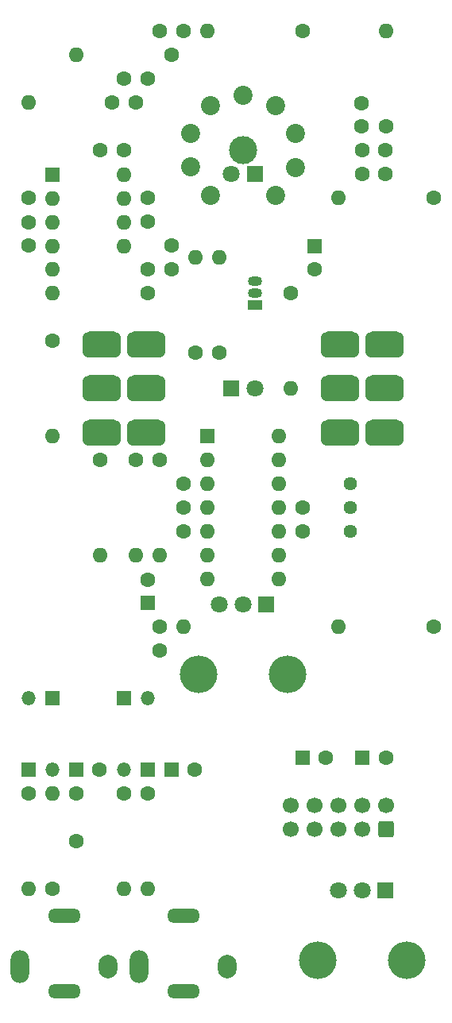
<source format=gbr>
%TF.GenerationSoftware,KiCad,Pcbnew,(6.0.5)*%
%TF.CreationDate,2023-02-15T13:44:48-05:00*%
%TF.ProjectId,valve_distortion,76616c76-655f-4646-9973-746f7274696f,rev?*%
%TF.SameCoordinates,Original*%
%TF.FileFunction,Soldermask,Bot*%
%TF.FilePolarity,Negative*%
%FSLAX46Y46*%
G04 Gerber Fmt 4.6, Leading zero omitted, Abs format (unit mm)*
G04 Created by KiCad (PCBNEW (6.0.5)) date 2023-02-15 13:44:48*
%MOMM*%
%LPD*%
G01*
G04 APERTURE LIST*
G04 Aperture macros list*
%AMRoundRect*
0 Rectangle with rounded corners*
0 $1 Rounding radius*
0 $2 $3 $4 $5 $6 $7 $8 $9 X,Y pos of 4 corners*
0 Add a 4 corners polygon primitive as box body*
4,1,4,$2,$3,$4,$5,$6,$7,$8,$9,$2,$3,0*
0 Add four circle primitives for the rounded corners*
1,1,$1+$1,$2,$3*
1,1,$1+$1,$4,$5*
1,1,$1+$1,$6,$7*
1,1,$1+$1,$8,$9*
0 Add four rect primitives between the rounded corners*
20,1,$1+$1,$2,$3,$4,$5,0*
20,1,$1+$1,$4,$5,$6,$7,0*
20,1,$1+$1,$6,$7,$8,$9,0*
20,1,$1+$1,$8,$9,$2,$3,0*%
G04 Aperture macros list end*
%ADD10R,1.600000X1.600000*%
%ADD11O,1.600000X1.600000*%
%ADD12C,1.600000*%
%ADD13RoundRect,0.698500X-1.333500X-0.698500X1.333500X-0.698500X1.333500X0.698500X-1.333500X0.698500X0*%
%ADD14O,4.000000X4.000000*%
%ADD15R,1.800000X1.800000*%
%ADD16C,1.800000*%
%ADD17C,3.000000*%
%ADD18R,1.500000X1.500000*%
%ADD19O,1.500000X1.500000*%
%ADD20R,1.500000X1.050000*%
%ADD21O,1.500000X1.050000*%
%ADD22O,2.000000X3.500000*%
%ADD23O,2.000000X2.500000*%
%ADD24O,3.500000X1.500000*%
%ADD25C,1.440000*%
%ADD26RoundRect,0.250000X0.600000X-0.600000X0.600000X0.600000X-0.600000X0.600000X-0.600000X-0.600000X0*%
%ADD27C,1.700000*%
%ADD28C,2.030000*%
G04 APERTURE END LIST*
D10*
%TO.C,U1*%
X158270000Y-66630000D03*
D11*
X158270000Y-69170000D03*
X158270000Y-71710000D03*
X158270000Y-74250000D03*
X165890000Y-74250000D03*
X165890000Y-71710000D03*
X165890000Y-69170000D03*
X165890000Y-66630000D03*
%TD*%
D12*
%TO.C,R16*%
X165880000Y-132660000D03*
D11*
X165880000Y-142820000D03*
%TD*%
D12*
%TO.C,R3*%
X155720000Y-69160000D03*
D11*
X155720000Y-59000000D03*
%TD*%
D13*
%TO.C,SW2*%
X188930500Y-84781000D03*
X188930500Y-89480000D03*
X188930500Y-94179000D03*
X193629500Y-84781000D03*
X193629500Y-89480000D03*
X193629500Y-94179000D03*
%TD*%
D12*
%TO.C,C5*%
X172230000Y-51380000D03*
X169730000Y-51380000D03*
%TD*%
D14*
%TO.C,RV2*%
X196030000Y-150440000D03*
X186530000Y-150440000D03*
D15*
X193780000Y-142940000D03*
D16*
X191280000Y-142940000D03*
X188780000Y-142940000D03*
%TD*%
D17*
%TO.C,H1*%
X178580000Y-64080000D03*
%TD*%
D12*
%TO.C,R19*%
X183660000Y-79320000D03*
D11*
X183660000Y-89480000D03*
%TD*%
D18*
%TO.C,D2*%
X158260000Y-122495000D03*
D19*
X158260000Y-130115000D03*
%TD*%
D12*
%TO.C,R20*%
X176040000Y-85670000D03*
D11*
X176040000Y-75510000D03*
%TD*%
D10*
%TO.C,C16*%
X184930000Y-128850000D03*
D12*
X187430000Y-128850000D03*
%TD*%
%TO.C,R13*%
X167150000Y-97100000D03*
D11*
X167150000Y-107260000D03*
%TD*%
D12*
%TO.C,C8*%
X191280000Y-64080000D03*
X193780000Y-64080000D03*
%TD*%
D20*
%TO.C,Q1*%
X179850000Y-80590000D03*
D21*
X179850000Y-79320000D03*
X179850000Y-78050000D03*
%TD*%
D10*
%TO.C,C10*%
X186200000Y-74280000D03*
D12*
X186200000Y-76780000D03*
%TD*%
%TO.C,C17*%
X155730000Y-71740000D03*
X155730000Y-74240000D03*
%TD*%
%TO.C,R6*%
X184930000Y-51380000D03*
D11*
X174770000Y-51380000D03*
%TD*%
D14*
%TO.C,RV1*%
X183330000Y-119960000D03*
X173830000Y-119960000D03*
D15*
X181080000Y-112460000D03*
D16*
X178580000Y-112460000D03*
X176080000Y-112460000D03*
%TD*%
D12*
%TO.C,R11*%
X163340000Y-97100000D03*
D11*
X163340000Y-107260000D03*
%TD*%
D12*
%TO.C,R5*%
X198900000Y-114880000D03*
D11*
X188740000Y-114880000D03*
%TD*%
D22*
%TO.C,J1*%
X154830000Y-151040000D03*
D23*
X164230000Y-151040000D03*
D24*
X159530000Y-145640000D03*
X159530000Y-153740000D03*
%TD*%
D12*
%TO.C,R17*%
X168420000Y-132660000D03*
D11*
X168420000Y-142820000D03*
%TD*%
D13*
%TO.C,SW1*%
X163530500Y-84781000D03*
X163530500Y-89480000D03*
X163530500Y-94179000D03*
X168229500Y-84781000D03*
X168229500Y-89480000D03*
X168229500Y-94179000D03*
%TD*%
D12*
%TO.C,R2*%
X155720000Y-132660000D03*
D11*
X155720000Y-142820000D03*
%TD*%
D10*
%TO.C,C12*%
X168420000Y-112340000D03*
D12*
X168420000Y-109840000D03*
%TD*%
%TO.C,C19*%
X184930000Y-104680000D03*
X184930000Y-102180000D03*
%TD*%
%TO.C,C7*%
X191200000Y-61540000D03*
X191200000Y-59040000D03*
%TD*%
%TO.C,C3*%
X167150000Y-59000000D03*
X164650000Y-59000000D03*
%TD*%
D23*
%TO.C,J2*%
X176930000Y-151040000D03*
D22*
X167530000Y-151040000D03*
D24*
X172230000Y-145640000D03*
X172230000Y-153740000D03*
%TD*%
D12*
%TO.C,C9*%
X191280000Y-66620000D03*
X193780000Y-66620000D03*
%TD*%
%TO.C,C11*%
X168430000Y-69160000D03*
X168430000Y-71660000D03*
%TD*%
%TO.C,R12*%
X168430000Y-79320000D03*
D11*
X158270000Y-79320000D03*
%TD*%
D10*
%TO.C,C14*%
X170960000Y-130120000D03*
D12*
X173460000Y-130120000D03*
%TD*%
%TO.C,C18*%
X165880000Y-64080000D03*
X163380000Y-64080000D03*
%TD*%
%TO.C,R4*%
X170960000Y-53920000D03*
D11*
X160800000Y-53920000D03*
%TD*%
D12*
%TO.C,R10*%
X158260000Y-84400000D03*
D11*
X158260000Y-94560000D03*
%TD*%
D18*
%TO.C,D1*%
X155720000Y-130120000D03*
D19*
X155720000Y-122500000D03*
%TD*%
D10*
%TO.C,C2*%
X160800000Y-130120000D03*
D12*
X163300000Y-130120000D03*
%TD*%
D10*
%TO.C,C15*%
X191320000Y-128850000D03*
D12*
X193820000Y-128850000D03*
%TD*%
D25*
%TO.C,RV3*%
X190010000Y-104720000D03*
X190010000Y-102180000D03*
X190010000Y-99640000D03*
%TD*%
D12*
%TO.C,R18*%
X173500000Y-85670000D03*
D11*
X173500000Y-75510000D03*
%TD*%
D12*
%TO.C,R14*%
X169690000Y-97100000D03*
D11*
X169690000Y-107260000D03*
%TD*%
D26*
%TO.C,J3*%
X193820000Y-136470000D03*
D27*
X193820000Y-133930000D03*
X191280000Y-136470000D03*
X191280000Y-133930000D03*
X188740000Y-136470000D03*
X188740000Y-133930000D03*
X186200000Y-136470000D03*
X186200000Y-133930000D03*
X183660000Y-136470000D03*
X183660000Y-133930000D03*
%TD*%
D12*
%TO.C,C13*%
X169690000Y-117380000D03*
X169690000Y-114880000D03*
%TD*%
D18*
%TO.C,D3*%
X168420000Y-130120000D03*
D19*
X168420000Y-122500000D03*
%TD*%
D28*
%TO.C,U2*%
X182030000Y-68830000D03*
X184180000Y-65900000D03*
X184180000Y-62250000D03*
X182030000Y-59320000D03*
X178580000Y-58180000D03*
X175120000Y-59320000D03*
X172970000Y-62250000D03*
X172970000Y-65860000D03*
X175120000Y-68830000D03*
%TD*%
D15*
%TO.C,D5*%
X179850000Y-66620000D03*
D16*
X177310000Y-66620000D03*
%TD*%
D12*
%TO.C,R7*%
X193820000Y-61540000D03*
D11*
X193820000Y-51380000D03*
%TD*%
D12*
%TO.C,C4*%
X168420000Y-56460000D03*
X165920000Y-56460000D03*
%TD*%
%TO.C,C6*%
X170960000Y-74240000D03*
X170960000Y-76740000D03*
%TD*%
%TO.C,R1*%
X158260000Y-142820000D03*
D11*
X158260000Y-132660000D03*
%TD*%
D12*
%TO.C,C1*%
X160800000Y-132660000D03*
X160800000Y-137660000D03*
%TD*%
%TO.C,R15*%
X172230000Y-104720000D03*
D11*
X172230000Y-114880000D03*
%TD*%
D15*
%TO.C,D6*%
X177310000Y-89480000D03*
D16*
X179850000Y-89480000D03*
%TD*%
D12*
%TO.C,R9*%
X168430000Y-76780000D03*
D11*
X158270000Y-76780000D03*
%TD*%
D10*
%TO.C,U3*%
X174770000Y-94560000D03*
D11*
X174770000Y-97100000D03*
X174770000Y-99640000D03*
X174770000Y-102180000D03*
X174770000Y-104720000D03*
X174770000Y-107260000D03*
X174770000Y-109800000D03*
X182390000Y-109800000D03*
X182390000Y-107260000D03*
X182390000Y-104720000D03*
X182390000Y-102180000D03*
X182390000Y-99640000D03*
X182390000Y-97100000D03*
X182390000Y-94560000D03*
%TD*%
D18*
%TO.C,D4*%
X165880000Y-122500000D03*
D19*
X165880000Y-130120000D03*
%TD*%
D12*
%TO.C,C20*%
X172230000Y-102140000D03*
X172230000Y-99640000D03*
%TD*%
%TO.C,R8*%
X198900000Y-69160000D03*
D11*
X188740000Y-69160000D03*
%TD*%
M02*

</source>
